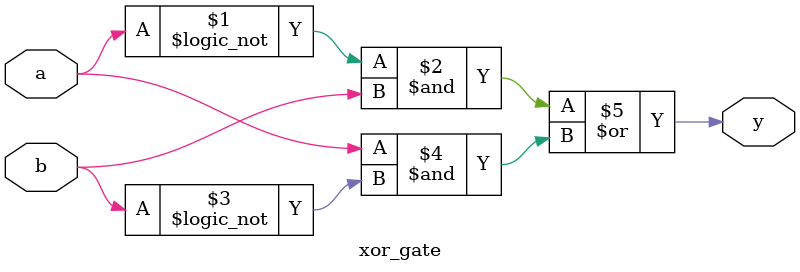
<source format=v>
module xor_gate(y,a,b);
    input a,b;
    output y;
    assign y = (!a & b) | (a & !b);
endmodule
</source>
